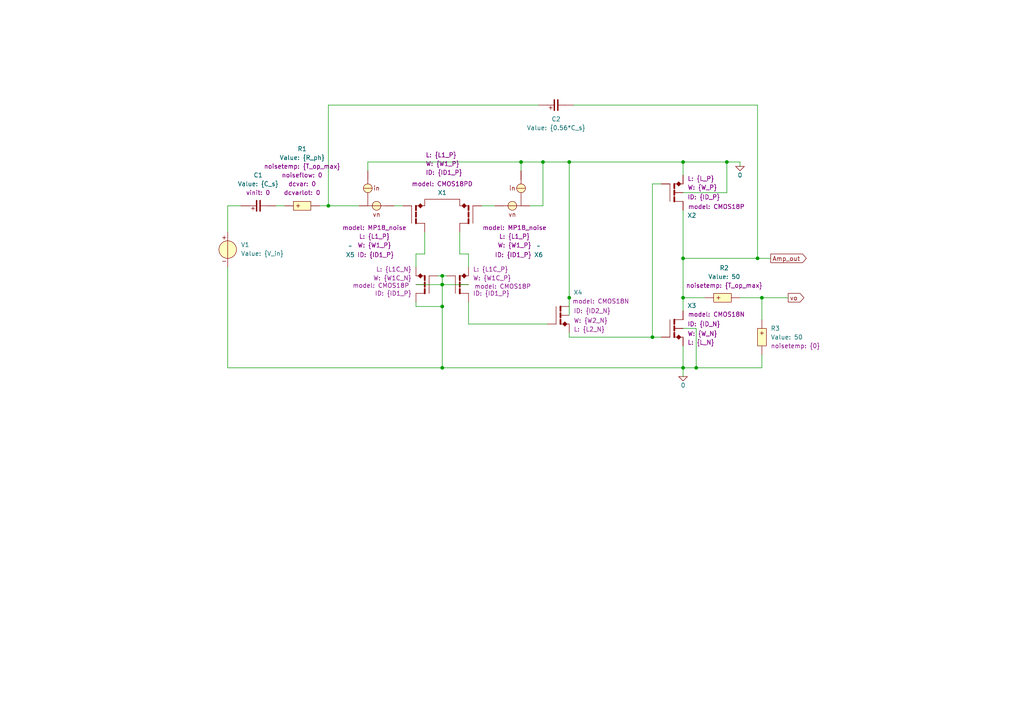
<source format=kicad_sch>
(kicad_sch (version 20250114) (generator "eeschema") (generator_version "9.0")
  (paper "A4")
  (lib_symbols
    (symbol "SLiCAP:C" (pin_numbers (hide yes)) (pin_names (offset 1.016) (hide yes))
      (property "Reference" "C?" (at 2.54 3.81 0))
      (property "Value" "?" (at 2.54 1.27 0) (show_name))
      (property "vinit" "0" (at 2.54 -1.27 0) (show_name))
      (symbol "C_0_0"
        (text "+" (at -0.762 1.651 0) (effects (font (size 1.27 1.27))))
      )
      (symbol "C_0_1"
        (polyline (pts (xy -1.524 0.508) (xy 1.524 0.508)) (stroke (width 0.381)))
        (polyline (pts (xy -1.524 -0.508) (xy 1.524 -0.508)) (stroke (width 0.381)))
        (polyline (pts (xy 0 2.54) (xy 0 0.508)))
        (polyline (pts (xy 0 -2.54) (xy 0 -0.508)))
      )
      (symbol "C_1_0"
        (pin passive line (at 0 5.08 270) (length 2.54) (name "1") (number "1"))
        (pin passive line (at 0 -5.08 90) (length 2.54) (name "2") (number "2"))
      )
    )
    (symbol "SLiCAP:GND" (power) (pin_numbers (hide yes)) (pin_names (offset 0) (hide yes))
      (property "Value" "0" (at 0 -2.54 0))
      (symbol "GND_0_1"
        (polyline (pts (xy -1.27 0) (xy 0 -1.27) (xy 1.27 0) (xy -1.27 0)))
      )
      (symbol "GND_1_1"
        (pin power_in line (at 0 0 0) (length 0) (name "~") (number "1"))
      )
    )
    (symbol "SLiCAP:M_noise" (pin_numbers (hide yes)) (pin_names (offset 0) (hide yes))
      (property "Reference" "X?" (at 2.54 9.525 0))
      (property "ID" "{ID}" (at 6.35 2.54 0) (show_name))
      (property "IG" "{IG}" (at 6.35 0 0) (show_name))
      (property "W" "{W}" (at 6.35 -2.54 0) (show_name))
      (property "L" "{L}" (at 6.35 -5.08 0) (show_name))
      (property "model" "?" (at 2.54 7.62 0) (show_name))
      (symbol "M_noise_0_0"
        (polyline (pts (xy -2.54 5.08) (xy -2.54 1.27)))
        (polyline (pts (xy -2.54 5.08) (xy 2.54 5.08)))
        (polyline (pts (xy -2.54 -1.27) (xy -2.54 -2.54)))
      )
      (symbol "M_noise_0_1"
        (polyline (pts (xy -3.81 0) (xy -1.27 0)))
      )
      (symbol "M_noise_1_0"
        (pin bidirectional line (at 5.08 5.08 180) (length 2.54) (name "int") (number "3"))
      )
      (symbol "M_noise_1_1"
        (circle (center -2.54 0) (radius 1.27) (fill (type background)))
        (circle (center 0 5.08) (radius 1.27) (fill (type background)))
        (text "vn" (at 0 7.62 0) (effects (font (size 1.27 1.27))))
        (text "in" (at 0 0 0) (effects (font (size 1.27 1.27))))
        (pin bidirectional line (at -5.08 5.08 0) (length 2.54) (name "ext") (number "1"))
        (pin bidirectional line (at -2.54 -5.08 90) (length 2.54) (name "comm") (number "2"))
      )
    )
    (symbol "SLiCAP:R" (pin_numbers (hide yes)) (pin_names (offset 1.016) (hide yes))
      (property "Reference" "R?" (at 1.905 3.81 0))
      (property "Value" "?" (at 1.905 1.905 0) (show_name))
      (property "noisetemp" "0" (at 1.905 0 0) (show_name))
      (property "noiseflow" "0" (at 15.24 0 0) (show_name))
      (property "dcvar" "0" (at 1.905 -1.905 0) (show_name))
      (property "dcvarlot" "0" (at 15.24 -1.905 0) (show_name))
      (symbol "R_0_0"
        (text "+" (at 0 1.27 0) (effects (font (size 1.27 1.27))))
      )
      (symbol "R_1_0"
        (pin passive line (at 0 5.08 270) (length 2.54) (name "1") (number "1"))
        (pin passive line (at 0 -5.08 90) (length 2.54) (name "2") (number "2"))
      )
      (symbol "R_1_1"
        (rectangle (start -1.27 2.54) (end 1.27 -2.54) (fill (type background)))
      )
    )
    (symbol "SLiCAP:V" (pin_numbers (hide yes)) (pin_names (offset 0) (hide yes))
      (property "Reference" "V?" (at 3.175 4.445 0))
      (property "Value" "?" (at 3.175 2.54 0) (show_name))
      (property "noise" "0" (at 3.175 -3.175 0) (show_name))
      (property "dc" "0" (at 3.175 0.635 0) (show_name))
      (property "dcvar" "0" (at 3.175 -1.27 0) (show_name))
      (symbol "V_0_0"
        (text "+" (at -1.016 3.556 0) (effects (font (size 1.27 1.27))))
        (text "-" (at -1.016 -3.302 0) (effects (font (size 1.27 1.27))))
        (pin power_out line (at 0 5.08 270) (length 2.54) (name "p") (number "1"))
        (pin power_out line (at 0 -5.08 90) (length 2.54) (name "n") (number "2"))
      )
      (symbol "V_0_1"
        (polyline (pts (xy 0 2.54) (xy 0 -2.54)))
      )
      (symbol "V_1_0"
        (circle (center 0 0) (radius 2.54) (fill (type background)))
      )
    )
    (symbol "SLiCAP:XM" (pin_numbers (hide yes)) (pin_names (offset 0) (hide yes))
      (property "Reference" "X?" (at 1.27 6.985 0))
      (property "model" "?" (at 1.27 5.08 0) (show_name))
      (property "W" "{W}" (at 1.27 -1.905 0) (show_name))
      (property "L" "{L}" (at 1.27 -4.445 0) (show_name))
      (property "ID" "{ID}" (at 1.27 2.54 0) (show_name))
      (symbol "XM_0_1"
        (polyline (pts (xy -3.81 -2.54) (xy -3.81 2.54)))
        (polyline (pts (xy -1.905 -2.54) (xy -1.27 -1.905) (xy -1.27 -3.175) (xy -1.905 -2.54)) (fill (type outline)))
        (polyline (pts (xy -0.635 -2.54) (xy -1.27 -1.905) (xy -1.27 -3.175) (xy -0.635 -2.54)) (fill (type outline)))
      )
      (symbol "XM_1_0"
        (pin unspecified line (at -6.35 -2.54 0) (length 2.54) (name "G") (number "2"))
        (pin unspecified line (at 0 5.08 270) (length 2.54) (name "D") (number "1"))
        (pin unspecified line (at 0 0 180) (length 2.54) (name "B") (number "4"))
        (pin unspecified line (at 0 -5.08 90) (length 2.54) (name "S") (number "3"))
      )
      (symbol "XM_1_1"
        (polyline (pts (xy -2.54 1.27) (xy -2.54 2.54)) (stroke (width 0.5)))
        (polyline (pts (xy -2.54 -0.635) (xy -2.54 0.635)) (stroke (width 0.5)))
        (polyline (pts (xy -2.54 -2.54) (xy -2.54 -1.27)) (stroke (width 0.5)))
        (polyline (pts (xy 0 2.54) (xy -2.54 2.54)))
        (polyline (pts (xy 0 -2.54) (xy -2.54 -2.54)))
      )
    )
    (symbol "SLiCAP:XMD" (pin_numbers (hide yes)) (pin_names (offset 0) (hide yes))
      (property "Reference" "X?" (at 1.905 1.27 0))
      (property "model" "?" (at 1.778 -1.016 0) (show_name))
      (property "W" "{W}" (at 15.24 1.905 0) (show_name))
      (property "L" "{L}" (at 15.24 -0.635 0) (show_name))
      (property "ID" "{ID}" (at 15.24 4.445 0) (show_name))
      (symbol "XMD_0_1"
        (polyline (pts (xy -3.81 -2.54) (xy -3.81 2.54)))
        (polyline (pts (xy -1.905 -2.54) (xy -1.27 -1.905) (xy -1.27 -3.175) (xy -1.905 -2.54)) (fill (type outline)))
        (polyline (pts (xy -0.635 -2.54) (xy -1.27 -1.905) (xy -1.27 -3.175) (xy -0.635 -2.54)) (fill (type outline)))
        (polyline (pts (xy 0 -2.54) (xy 0 -4.445) (xy 10.16 -4.445) (xy 10.16 -2.54)))
        (polyline (pts (xy 10.795 -2.54) (xy 11.43 -1.905) (xy 11.43 -3.175) (xy 10.795 -2.54)) (fill (type outline)))
        (polyline (pts (xy 12.065 -2.54) (xy 11.43 -1.905) (xy 11.43 -3.175) (xy 12.065 -2.54)) (fill (type outline)))
        (polyline (pts (xy 13.97 -2.54) (xy 13.97 2.54)))
      )
      (symbol "XMD_1_0"
        (pin unspecified line (at -6.35 -2.54 0) (length 2.54) (name "G1") (number "3"))
        (pin unspecified line (at 0 5.08 270) (length 2.54) (name "D1") (number "1"))
        (pin unspecified line (at 10.16 5.08 270) (length 2.54) (name "D2") (number "2"))
        (pin unspecified line (at 16.51 -2.54 180) (length 2.54) (name "G2") (number "4"))
      )
      (symbol "XMD_1_1"
        (polyline (pts (xy -2.54 1.27) (xy -2.54 2.54)) (stroke (width 0.5)))
        (polyline (pts (xy -2.54 -0.635) (xy -2.54 0.635)) (stroke (width 0.5)))
        (polyline (pts (xy -2.54 -2.54) (xy -2.54 -1.27)) (stroke (width 0.5)))
        (polyline (pts (xy 0 2.54) (xy -2.54 2.54)))
        (polyline (pts (xy 0 -2.54) (xy -2.54 -2.54)))
        (polyline (pts (xy 10.16 2.54) (xy 12.7 2.54)))
        (polyline (pts (xy 10.16 -2.54) (xy 12.7 -2.54)))
        (polyline (pts (xy 12.7 1.27) (xy 12.7 2.54)) (stroke (width 0.5)))
        (polyline (pts (xy 12.7 -0.635) (xy 12.7 0.635)) (stroke (width 0.5)))
        (polyline (pts (xy 12.7 -2.54) (xy 12.7 -1.27)) (stroke (width 0.5)))
      )
    )
  )
  (junction (at 165.1 86.36))
  (junction (at 201.93 106.68))
  (junction (at 128.27 88.9))
  (junction (at 151.13 46.99))
  (junction (at 219.71 74.93))
  (junction (at 198.12 86.36))
  (junction (at 198.12 74.93))
  (junction (at 128.27 82.55))
  (junction (at 198.12 46.99))
  (junction (at 165.1 46.99))
  (junction (at 128.27 106.68))
  (junction (at 198.12 106.68))
  (junction (at 189.23 97.79))
  (junction (at 157.48 46.99))
  (junction (at 128.27 80.01))
  (junction (at 210.82 46.99))
  (junction (at 95.25 59.69))
  (junction (at 220.98 86.36))
  (wire (pts (xy 66.04 106.68) (xy 128.27 106.68)))
  (wire (pts (xy 198.12 60.96) (xy 198.12 74.93)))
  (wire (pts (xy 214.63 48.26) (xy 214.63 46.99)))
  (wire (pts (xy 128.27 88.9) (xy 120.65 88.9)))
  (wire (pts (xy 198.12 106.68) (xy 198.12 109.22)))
  (wire (pts (xy 201.93 106.68) (xy 220.98 106.68)))
  (wire (pts (xy 95.25 59.69) (xy 104.14 59.69)))
  (wire (pts (xy 201.93 95.25) (xy 201.93 106.68)))
  (wire (pts (xy 153.67 59.69) (xy 157.48 59.69)))
  (wire (pts (xy 214.63 86.36) (xy 220.98 86.36)))
  (wire (pts (xy 66.04 67.31) (xy 66.04 59.69)))
  (wire (pts (xy 128.27 80.01) (xy 129.54 80.01)))
  (wire (pts (xy 220.98 86.36) (xy 228.6 86.36)))
  (wire (pts (xy 114.3 59.69) (xy 116.84 59.69)))
  (wire (pts (xy 135.89 73.66) (xy 135.89 77.47)))
  (wire (pts (xy 198.12 95.25) (xy 201.93 95.25)))
  (wire (pts (xy 198.12 86.36) (xy 204.47 86.36)))
  (wire (pts (xy 133.35 73.66) (xy 135.89 73.66)))
  (wire (pts (xy 198.12 74.93) (xy 198.12 86.36)))
  (wire (pts (xy 191.77 53.34) (xy 189.23 53.34)))
  (wire (pts (xy 80.01 59.69) (xy 82.55 59.69)))
  (wire (pts (xy 219.71 30.48) (xy 219.71 74.93)))
  (wire (pts (xy 151.13 46.99) (xy 157.48 46.99)))
  (wire (pts (xy 165.1 97.79) (xy 189.23 97.79)))
  (wire (pts (xy 157.48 59.69) (xy 157.48 46.99)))
  (wire (pts (xy 135.89 93.98) (xy 158.75 93.98)))
  (wire (pts (xy 198.12 100.33) (xy 198.12 106.68)))
  (wire (pts (xy 123.19 73.66) (xy 120.65 73.66)))
  (wire (pts (xy 139.7 59.69) (xy 143.51 59.69)))
  (wire (pts (xy 220.98 86.36) (xy 220.98 92.71)))
  (wire (pts (xy 198.12 86.36) (xy 198.12 90.17)))
  (wire (pts (xy 128.27 106.68) (xy 198.12 106.68)))
  (wire (pts (xy 210.82 46.99) (xy 214.63 46.99)))
  (wire (pts (xy 210.82 46.99) (xy 198.12 46.99)))
  (wire (pts (xy 120.65 87.63) (xy 120.65 88.9)))
  (wire (pts (xy 166.37 30.48) (xy 219.71 30.48)))
  (wire (pts (xy 127 80.01) (xy 128.27 80.01)))
  (wire (pts (xy 219.71 74.93) (xy 198.12 74.93)))
  (wire (pts (xy 133.35 67.31) (xy 133.35 73.66)))
  (wire (pts (xy 128.27 82.55) (xy 135.89 82.55)))
  (wire (pts (xy 123.19 67.31) (xy 123.19 73.66)))
  (wire (pts (xy 92.71 59.69) (xy 95.25 59.69)))
  (wire (pts (xy 165.1 46.99) (xy 198.12 46.99)))
  (wire (pts (xy 128.27 80.01) (xy 128.27 82.55)))
  (wire (pts (xy 223.52 74.93) (xy 219.71 74.93)))
  (wire (pts (xy 135.89 93.98) (xy 135.89 87.63)))
  (wire (pts (xy 120.65 73.66) (xy 120.65 77.47)))
  (wire (pts (xy 189.23 97.79) (xy 191.77 97.79)))
  (wire (pts (xy 66.04 59.69) (xy 69.85 59.69)))
  (wire (pts (xy 151.13 46.99) (xy 151.13 49.53)))
  (wire (pts (xy 106.68 49.53) (xy 106.68 46.99)))
  (wire (pts (xy 210.82 55.88) (xy 210.82 46.99)))
  (wire (pts (xy 198.12 106.68) (xy 201.93 106.68)))
  (wire (pts (xy 198.12 46.99) (xy 198.12 50.8)))
  (wire (pts (xy 189.23 53.34) (xy 189.23 97.79)))
  (wire (pts (xy 198.12 55.88) (xy 210.82 55.88)))
  (wire (pts (xy 95.25 30.48) (xy 156.21 30.48)))
  (wire (pts (xy 106.68 46.99) (xy 151.13 46.99)))
  (wire (pts (xy 128.27 88.9) (xy 128.27 106.68)))
  (wire (pts (xy 165.1 46.99) (xy 165.1 86.36)))
  (wire (pts (xy 165.1 91.44) (xy 165.1 86.36)))
  (wire (pts (xy 128.27 82.55) (xy 120.65 82.55)))
  (wire (pts (xy 66.04 77.47) (xy 66.04 106.68)))
  (wire (pts (xy 157.48 46.99) (xy 165.1 46.99)))
  (wire (pts (xy 95.25 30.48) (xy 95.25 59.69)))
  (wire (pts (xy 128.27 82.55) (xy 128.27 88.9)))
  (wire (pts (xy 220.98 102.87) (xy 220.98 106.68)))
  (wire (pts (xy 165.1 96.52) (xy 165.1 97.79)))
  (global_label "vo" (shape output) (at 228.6 86.36 0) (property "Intersheetrefs" "${INTERSHEET_REFS}" (effects (hide yes))))
  (global_label "Amp_out" (shape output) (at 223.52 74.93 0) (property "Intersheetrefs" "${INTERSHEET_REFS}" (effects (hide yes))))
  (symbol (lib_id "SLiCAP:C") (at 161.29 30.48 90) (unit 1)
    (property "Reference" "C2" (at 161.29 34.544 90))
    (property "Value" "{0.56*C_s}" (at 161.29 37.084 90) (show_name yes))
    (property "Description" "Capacitor" (effects (hide yes)))
    (property "model" "C" (effects (hide yes)))
    (property "vinit" "0" (effects (hide yes)))
  )
  (symbol (lib_id "SLiCAP:XM") (at 120.65 82.55 180) (unit 1)
    (property "Reference" "X8" (effects (hide yes)))
    (property "Description" "MOSFET (small-signal N or P channel subcircuit with parameters W,  L, and ID)" (effects (hide yes)))
    (property "model" "CMOS18P" (at 110.49 82.804 0) (show_name yes))
    (property "W" "{W1C_N}" (at 119.38 80.645 0) (show_name yes) (effects (justify left)))
    (property "L" "{L1C_N}" (at 119.38 78.105 0) (show_name yes) (effects (justify left)))
    (property "ID" "{ID1_P}" (at 119.38 85.09 0) (show_name yes) (effects (justify left)))
  )
  (symbol (lib_id "SLiCAP:GND") (at 198.12 109.22 0) (unit 1)
    (property "Reference" "#022" (effects (hide yes)))
    (property "Value" "0" (at 198.12 111.76 0))
    (property "Description" "0V reference potential" (effects (hide yes)))
  )
  (symbol (lib_id "SLiCAP:XM") (at 198.12 55.88 0) (mirror x) (unit 1)
    (property "Reference" "X2" (at 200.66 62.484 0))
    (property "Description" "MOSFET (small-signal N or P channel subcircuit with parameters W,  L, and ID)" (effects (hide yes)))
    (property "model" "CMOS18P" (at 207.772 59.944 0) (show_name yes))
    (property "W" "{W_P}" (at 199.39 54.356 0) (show_name yes) (effects (justify left)))
    (property "L" "{L_P}" (at 199.39 51.816 0) (show_name yes) (effects (justify left)))
    (property "ID" "{ID_P}" (at 199.39 57.15 0) (show_name yes) (effects (justify left)))
  )
  (symbol (lib_id "SLiCAP:C") (at 74.93 59.69 90) (unit 1)
    (property "Reference" "C1" (at 74.8637 50.8 90))
    (property "Value" "{C_s}" (at 74.8637 53.34 90) (show_name yes))
    (property "Description" "Capacitor" (effects (hide yes)))
    (property "model" "C" (effects (hide yes)))
    (property "vinit" "0" (at 74.8637 55.88 90) (show_name yes))
  )
  (symbol (lib_id "SLiCAP:XM") (at 198.12 95.25 0) (unit 1)
    (property "Reference" "X3" (at 200.66 88.646 0))
    (property "Description" "MOSFET (small-signal N or P channel subcircuit with parameters W,  L, and ID)" (effects (hide yes)))
    (property "model" "CMOS18N" (at 207.772 91.186 0) (show_name yes))
    (property "W" "{W_N}" (at 199.39 96.774 0) (show_name yes) (effects (justify left)))
    (property "L" "{L_N}" (at 199.39 99.314 0) (show_name yes) (effects (justify left)))
    (property "ID" "{ID_N}" (at 199.39 93.98 0) (show_name yes) (effects (justify left)))
  )
  (symbol (lib_id "SLiCAP:R") (at 220.98 97.79 0) (unit 1)
    (property "Reference" "R3" (at 223.52 95.2499 0) (effects (justify left)))
    (property "Value" "50" (at 223.52 97.7899 0) (show_name yes) (effects (justify left)))
    (property "Description" "Resistor (cannot have zero resistance)" (effects (hide yes)))
    (property "model" "R" (effects (hide yes)))
    (property "noisetemp" "{0}" (at 223.52 100.3299 0) (show_name yes) (effects (justify left)))
    (property "noiseflow" "0" (effects (hide yes)))
    (property "dcvar" "0" (effects (hide yes)))
    (property "dcvarlot" "0" (effects (hide yes)))
  )
  (symbol (lib_id "SLiCAP:XM") (at 135.89 82.55 0) (mirror x) (unit 1)
    (property "Reference" "X7" (effects (hide yes)))
    (property "Description" "MOSFET (small-signal N or P channel subcircuit with parameters W,  L, and ID)" (effects (hide yes)))
    (property "model" "CMOS18P" (at 145.796 83.058 0) (show_name yes))
    (property "W" "{W1C_P}" (at 137.16 80.645 0) (show_name yes) (effects (justify left)))
    (property "L" "{L1C_P}" (at 137.16 78.105 0) (show_name yes) (effects (justify left)))
    (property "ID" "{ID1_P}" (at 137.16 85.09 0) (show_name yes) (effects (justify left)))
  )
  (symbol (lib_id "SLiCAP:R") (at 87.63 59.69 90) (unit 1)
    (property "Reference" "R1" (at 87.63 43.18 90))
    (property "Value" "{R_ph}" (at 87.63 45.72 90) (show_name yes))
    (property "Description" "Resistor (cannot have zero resistance)" (effects (hide yes)))
    (property "model" "R" (effects (hide yes)))
    (property "noisetemp" "{T_op_max}" (at 87.63 48.26 90) (show_name yes))
    (property "noiseflow" "0" (at 87.63 50.8 90) (show_name yes))
    (property "dcvar" "0" (at 87.63 53.34 90) (show_name yes))
    (property "dcvarlot" "0" (at 87.63 55.88 90) (show_name yes))
  )
  (symbol (lib_id "SLiCAP:M_noise") (at 109.22 54.61 0) (mirror x) (unit 1)
    (property "Reference" "X5" (at 101.6 73.914 0))
    (property "Value" "~" (at 101.6 71.374 0))
    (property "Description" "Input-referred noise sources of a MOSFET (N or P channel, parameters W, L, ID, and IG)" (effects (hide yes)))
    (property "ID" "{ID1_P}" (at 108.966 73.914 0) (show_name yes))
    (property "IG" "{0}" (effects (hide yes)))
    (property "W" "{W1_P}" (at 108.585 71.12 0) (show_name yes))
    (property "L" "{L1_P}" (at 108.585 68.58 0) (show_name yes))
    (property "model" "MP18_noise" (at 108.585 66.04 0) (show_name yes))
  )
  (symbol (lib_id "SLiCAP:XM") (at 165.1 91.44 0) (unit 1)
    (property "Reference" "X4" (at 167.64 84.836 0))
    (property "Description" "MOSFET (small-signal N or P channel subcircuit with parameters W,  L, and ID)" (effects (hide yes)))
    (property "model" "CMOS18N" (at 174.244 87.376 0) (show_name yes))
    (property "W" "{W2_N}" (at 166.37 92.964 0) (show_name yes) (effects (justify left)))
    (property "L" "{L2_N}" (at 166.37 95.504 0) (show_name yes) (effects (justify left)))
    (property "ID" "{ID2_N}" (at 166.37 90.17 0) (show_name yes) (effects (justify left)))
  )
  (symbol (lib_id "SLiCAP:XMD") (at 123.19 62.23 0) (mirror x) (unit 1)
    (property "Reference" "X1" (at 128.27 55.88 0))
    (property "Description" "Differential-pair MOSFET (small-signal N or P channel subcircuit with parameters W,  L, and ID)" (effects (hide yes)))
    (property "model" "CMOS18PD" (at 128.27 53.34 0) (show_name yes))
    (property "W" "{W1_P}" (at 123.444 47.498 0) (show_name yes) (effects (justify left)))
    (property "L" "{L1_P}" (at 123.444 44.958 0) (show_name yes) (effects (justify left)))
    (property "ID" "{ID1_P}" (at 123.444 50.038 0) (show_name yes) (effects (justify left)))
  )
  (symbol (lib_id "SLiCAP:R") (at 209.55 86.36 90) (unit 1)
    (property "Reference" "R2" (at 210.058 77.724 90))
    (property "Value" "50" (at 210.058 80.264 90) (show_name yes))
    (property "Description" "Resistor (cannot have zero resistance)" (effects (hide yes)))
    (property "model" "R" (effects (hide yes)))
    (property "noisetemp" "{T_op_max}" (at 210.058 82.804 90) (show_name yes))
    (property "noiseflow" "0" (effects (hide yes)))
    (property "dcvar" "0" (effects (hide yes)))
    (property "dcvarlot" "0" (effects (hide yes)))
  )
  (symbol (lib_id "SLiCAP:M_noise") (at 148.59 54.61 180) (unit 1)
    (property "Reference" "X6" (at 156.21 73.914 0))
    (property "Value" "~" (at 156.21 71.374 0))
    (property "Description" "Input-referred noise sources of a MOSFET (N or P channel, parameters W, L, ID, and IG)" (effects (hide yes)))
    (property "ID" "{ID1_P}" (at 148.844 73.914 0) (show_name yes))
    (property "IG" "{0}" (effects (hide yes)))
    (property "W" "{W1_P}" (at 149.225 71.12 0) (show_name yes))
    (property "L" "{L1_P}" (at 149.225 68.58 0) (show_name yes))
    (property "model" "MP18_noise" (at 149.225 66.04 0) (show_name yes))
  )
  (symbol (lib_id "SLiCAP:GND") (at 214.63 48.26 0) (unit 1)
    (property "Reference" "#023" (effects (hide yes)))
    (property "Value" "0" (at 214.63 50.8 0))
    (property "Description" "0V reference potential" (effects (hide yes)))
  )
  (symbol (lib_id "SLiCAP:V") (at 66.04 72.39 0) (unit 1)
    (property "Reference" "V1" (at 69.85 70.9929 0) (effects (justify left)))
    (property "Value" "{V_in}" (at 69.85 73.5329 0) (show_name yes) (effects (justify left)))
    (property "Description" "Independent voltage source" (effects (hide yes)))
    (property "noise" "0" (effects (hide yes)))
    (property "dc" "0" (effects (hide yes)))
    (property "dcvar" "0" (effects (hide yes)))
    (property "model" "V" (effects (hide yes)))
  )
)
</source>
